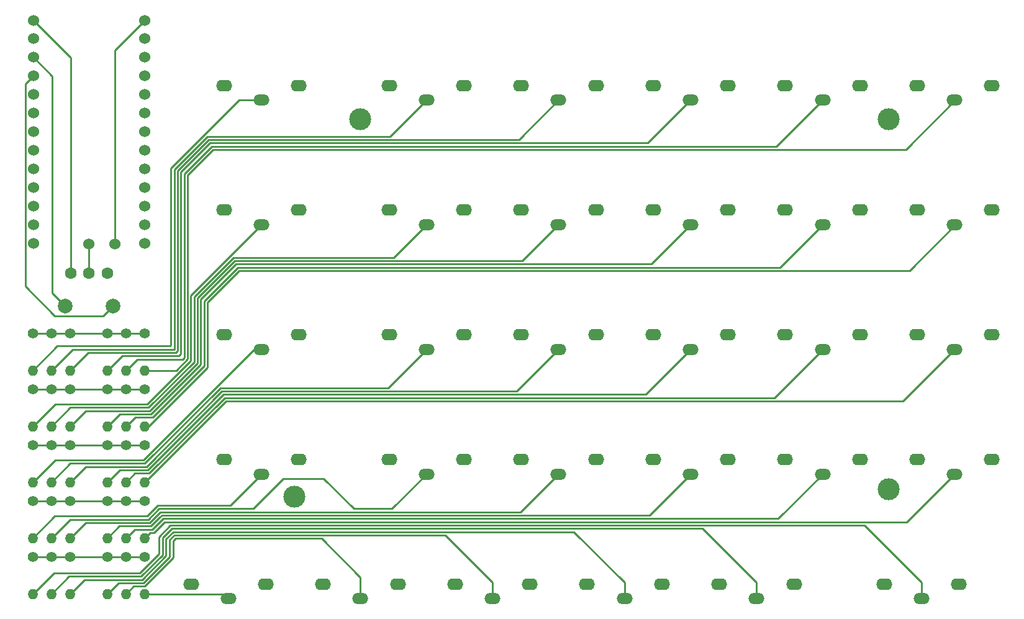
<source format=gbr>
%TF.GenerationSoftware,KiCad,Pcbnew,(5.1.9)-1*%
%TF.CreationDate,2022-03-08T16:30:03+11:00*%
%TF.ProjectId,fuse,66757365-2e6b-4696-9361-645f70636258,rev?*%
%TF.SameCoordinates,Original*%
%TF.FileFunction,Copper,L1,Top*%
%TF.FilePolarity,Positive*%
%FSLAX46Y46*%
G04 Gerber Fmt 4.6, Leading zero omitted, Abs format (unit mm)*
G04 Created by KiCad (PCBNEW (5.1.9)-1) date 2022-03-08 16:30:03*
%MOMM*%
%LPD*%
G01*
G04 APERTURE LIST*
%TA.AperFunction,ComponentPad*%
%ADD10C,3.000000*%
%TD*%
%TA.AperFunction,ComponentPad*%
%ADD11O,2.200000X1.600000*%
%TD*%
%TA.AperFunction,ComponentPad*%
%ADD12O,2.200000X1.500000*%
%TD*%
%TA.AperFunction,ComponentPad*%
%ADD13O,1.400000X1.400000*%
%TD*%
%TA.AperFunction,ComponentPad*%
%ADD14C,1.400000*%
%TD*%
%TA.AperFunction,ComponentPad*%
%ADD15C,2.000000*%
%TD*%
%TA.AperFunction,ComponentPad*%
%ADD16C,1.524000*%
%TD*%
%TA.AperFunction,ComponentPad*%
%ADD17C,1.600000*%
%TD*%
%TA.AperFunction,Conductor*%
%ADD18C,0.250000*%
%TD*%
G04 APERTURE END LIST*
D10*
%TO.P,REF\u002A\u002A,1*%
%TO.N,N/C*%
X67000000Y-88000000D03*
%TD*%
%TO.P,REF\u002A\u002A,1*%
%TO.N,N/C*%
X148000000Y-87000000D03*
%TD*%
%TO.P,REF\u002A\u002A,1*%
%TO.N,N/C*%
X148000000Y-36500000D03*
%TD*%
%TO.P,REF\u002A\u002A,1*%
%TO.N,N/C*%
X76000000Y-36500000D03*
%TD*%
D11*
%TO.P,SW42,1*%
%TO.N,Col2*%
X99100000Y-99900000D03*
X88900000Y-99900000D03*
D12*
%TO.P,SW42,2*%
%TO.N,Net-(D42-Pad2)*%
X94000000Y-101900000D03*
%TD*%
D11*
%TO.P,SW22,1*%
%TO.N,Col2*%
X108100000Y-65900000D03*
X97900000Y-65900000D03*
D12*
%TO.P,SW22,2*%
%TO.N,Net-(D22-Pad2)*%
X103000000Y-67900000D03*
%TD*%
D11*
%TO.P,SW23,1*%
%TO.N,Col3*%
X126100000Y-65900000D03*
X115900000Y-65900000D03*
D12*
%TO.P,SW23,2*%
%TO.N,Net-(D23-Pad2)*%
X121000000Y-67900000D03*
%TD*%
D11*
%TO.P,SW24,1*%
%TO.N,Col4*%
X144100000Y-65900000D03*
X133900000Y-65900000D03*
D12*
%TO.P,SW24,2*%
%TO.N,Net-(D24-Pad2)*%
X139000000Y-67900000D03*
%TD*%
D11*
%TO.P,SW31,1*%
%TO.N,Col1*%
X90100000Y-82900000D03*
X79900000Y-82900000D03*
D12*
%TO.P,SW31,2*%
%TO.N,Net-(D31-Pad2)*%
X85000000Y-84900000D03*
%TD*%
D11*
%TO.P,SW21,1*%
%TO.N,Col1*%
X90100000Y-65900000D03*
X79900000Y-65900000D03*
D12*
%TO.P,SW21,2*%
%TO.N,Net-(D21-Pad2)*%
X85000000Y-67900000D03*
%TD*%
D11*
%TO.P,SW10,1*%
%TO.N,Col0*%
X67600000Y-48900000D03*
X57400000Y-48900000D03*
D12*
%TO.P,SW10,2*%
%TO.N,Net-(D10-Pad2)*%
X62500000Y-50900000D03*
%TD*%
D11*
%TO.P,SW13,1*%
%TO.N,Col3*%
X126100000Y-48900000D03*
X115900000Y-48900000D03*
D12*
%TO.P,SW13,2*%
%TO.N,Net-(D13-Pad2)*%
X121000000Y-50900000D03*
%TD*%
D13*
%TO.P,D0,2*%
%TO.N,Net-(D0-Pad2)*%
X31361000Y-70755000D03*
D14*
%TO.P,D0,1*%
%TO.N,Row0*%
X31361000Y-65675000D03*
%TD*%
D13*
%TO.P,D1,2*%
%TO.N,Net-(D1-Pad2)*%
X33901000Y-70755000D03*
D14*
%TO.P,D1,1*%
%TO.N,Row0*%
X33901000Y-65675000D03*
%TD*%
D13*
%TO.P,D2,2*%
%TO.N,Net-(D2-Pad2)*%
X36441000Y-70755000D03*
D14*
%TO.P,D2,1*%
%TO.N,Row0*%
X36441000Y-65675000D03*
%TD*%
D13*
%TO.P,D3,2*%
%TO.N,Net-(D3-Pad2)*%
X41521000Y-70755000D03*
D14*
%TO.P,D3,1*%
%TO.N,Row0*%
X41521000Y-65675000D03*
%TD*%
D13*
%TO.P,D4,2*%
%TO.N,Net-(D4-Pad2)*%
X44061000Y-70755000D03*
D14*
%TO.P,D4,1*%
%TO.N,Row0*%
X44061000Y-65675000D03*
%TD*%
D13*
%TO.P,D5,2*%
%TO.N,Net-(D5-Pad2)*%
X46601000Y-70755000D03*
D14*
%TO.P,D5,1*%
%TO.N,Row0*%
X46601000Y-65675000D03*
%TD*%
D13*
%TO.P,D10,2*%
%TO.N,Net-(D10-Pad2)*%
X31361000Y-78375000D03*
D14*
%TO.P,D10,1*%
%TO.N,Row1*%
X31361000Y-73295000D03*
%TD*%
D13*
%TO.P,D11,2*%
%TO.N,Net-(D11-Pad2)*%
X33901000Y-78375000D03*
D14*
%TO.P,D11,1*%
%TO.N,Row1*%
X33901000Y-73295000D03*
%TD*%
D13*
%TO.P,D12,2*%
%TO.N,Net-(D12-Pad2)*%
X36441000Y-78375000D03*
D14*
%TO.P,D12,1*%
%TO.N,Row1*%
X36441000Y-73295000D03*
%TD*%
D13*
%TO.P,D13,2*%
%TO.N,Net-(D13-Pad2)*%
X41521000Y-78375000D03*
D14*
%TO.P,D13,1*%
%TO.N,Row1*%
X41521000Y-73295000D03*
%TD*%
D13*
%TO.P,D14,2*%
%TO.N,Net-(D14-Pad2)*%
X44061000Y-78375000D03*
D14*
%TO.P,D14,1*%
%TO.N,Row1*%
X44061000Y-73295000D03*
%TD*%
D13*
%TO.P,D15,2*%
%TO.N,Net-(D15-Pad2)*%
X46601000Y-78375000D03*
D14*
%TO.P,D15,1*%
%TO.N,Row1*%
X46601000Y-73295000D03*
%TD*%
D13*
%TO.P,D20,2*%
%TO.N,Net-(D20-Pad2)*%
X31361000Y-85995000D03*
D14*
%TO.P,D20,1*%
%TO.N,Row2*%
X31361000Y-80915000D03*
%TD*%
D13*
%TO.P,D21,2*%
%TO.N,Net-(D21-Pad2)*%
X33901000Y-85995000D03*
D14*
%TO.P,D21,1*%
%TO.N,Row2*%
X33901000Y-80915000D03*
%TD*%
D13*
%TO.P,D22,2*%
%TO.N,Net-(D22-Pad2)*%
X36441000Y-85995000D03*
D14*
%TO.P,D22,1*%
%TO.N,Row2*%
X36441000Y-80915000D03*
%TD*%
D13*
%TO.P,D23,2*%
%TO.N,Net-(D23-Pad2)*%
X41521000Y-85995000D03*
D14*
%TO.P,D23,1*%
%TO.N,Row2*%
X41521000Y-80915000D03*
%TD*%
D13*
%TO.P,D24,2*%
%TO.N,Net-(D24-Pad2)*%
X44061000Y-85995000D03*
D14*
%TO.P,D24,1*%
%TO.N,Row2*%
X44061000Y-80915000D03*
%TD*%
D13*
%TO.P,D25,2*%
%TO.N,Net-(D25-Pad2)*%
X46601000Y-85995000D03*
D14*
%TO.P,D25,1*%
%TO.N,Row2*%
X46601000Y-80915000D03*
%TD*%
D13*
%TO.P,D30,2*%
%TO.N,Net-(D30-Pad2)*%
X31361000Y-93615000D03*
D14*
%TO.P,D30,1*%
%TO.N,Row3*%
X31361000Y-88535000D03*
%TD*%
D13*
%TO.P,D31,2*%
%TO.N,Net-(D31-Pad2)*%
X33901000Y-93615000D03*
D14*
%TO.P,D31,1*%
%TO.N,Row3*%
X33901000Y-88535000D03*
%TD*%
D13*
%TO.P,D32,2*%
%TO.N,Net-(D32-Pad2)*%
X36441000Y-93615000D03*
D14*
%TO.P,D32,1*%
%TO.N,Row3*%
X36441000Y-88535000D03*
%TD*%
D13*
%TO.P,D33,2*%
%TO.N,Net-(D33-Pad2)*%
X41521000Y-93615000D03*
D14*
%TO.P,D33,1*%
%TO.N,Row3*%
X41521000Y-88535000D03*
%TD*%
D13*
%TO.P,D34,2*%
%TO.N,Net-(D34-Pad2)*%
X44061000Y-93615000D03*
D14*
%TO.P,D34,1*%
%TO.N,Row3*%
X44061000Y-88535000D03*
%TD*%
D13*
%TO.P,D35,2*%
%TO.N,Net-(D35-Pad2)*%
X46601000Y-93615000D03*
D14*
%TO.P,D35,1*%
%TO.N,Row3*%
X46601000Y-88535000D03*
%TD*%
D13*
%TO.P,D40,2*%
%TO.N,Net-(D40-Pad2)*%
X46601000Y-101235000D03*
D14*
%TO.P,D40,1*%
%TO.N,Row4*%
X46601000Y-96155000D03*
%TD*%
D13*
%TO.P,D41,2*%
%TO.N,Net-(D41-Pad2)*%
X44061000Y-101235000D03*
D14*
%TO.P,D41,1*%
%TO.N,Row4*%
X44061000Y-96155000D03*
%TD*%
D13*
%TO.P,D42,2*%
%TO.N,Net-(D42-Pad2)*%
X41521000Y-101235000D03*
D14*
%TO.P,D42,1*%
%TO.N,Row4*%
X41521000Y-96155000D03*
%TD*%
D13*
%TO.P,D43,2*%
%TO.N,Net-(D43-Pad2)*%
X36441000Y-101235000D03*
D14*
%TO.P,D43,1*%
%TO.N,Row4*%
X36441000Y-96155000D03*
%TD*%
D13*
%TO.P,D44,2*%
%TO.N,Net-(D44-Pad2)*%
X33901000Y-101235000D03*
D14*
%TO.P,D44,1*%
%TO.N,Row4*%
X33901000Y-96155000D03*
%TD*%
D13*
%TO.P,D45,2*%
%TO.N,Net-(D45-Pad2)*%
X31361000Y-101235000D03*
D14*
%TO.P,D45,1*%
%TO.N,Row4*%
X31361000Y-96155000D03*
%TD*%
D15*
%TO.P,Reset1,2*%
%TO.N,GND*%
X35750000Y-62000000D03*
%TO.P,Reset1,1*%
%TO.N,RESET*%
X42250000Y-62000000D03*
%TD*%
D16*
%TO.P,U1,1*%
%TO.N,Net-(U1-Pad1)*%
X46611400Y-25522000D03*
%TO.P,U1,2*%
%TO.N,Net-(U1-Pad2)*%
X46611400Y-28062000D03*
%TO.P,U1,3*%
%TO.N,Net-(U1-Pad3)*%
X46611400Y-30602000D03*
%TO.P,U1,4*%
%TO.N,Net-(U1-Pad4)*%
X46611400Y-33142000D03*
%TO.P,U1,5*%
%TO.N,Net-(U1-Pad5)*%
X46611400Y-35682000D03*
%TO.P,U1,6*%
%TO.N,Net-(U1-Pad6)*%
X46611400Y-38222000D03*
%TO.P,U1,7*%
%TO.N,Col5*%
X46611400Y-40762000D03*
%TO.P,U1,8*%
%TO.N,Col4*%
X46611400Y-43302000D03*
%TO.P,U1,9*%
%TO.N,Col3*%
X46611400Y-45842000D03*
%TO.P,U1,10*%
%TO.N,Col2*%
X46611400Y-48382000D03*
%TO.P,U1,11*%
%TO.N,Col1*%
X46611400Y-50922000D03*
%TO.P,U1,12*%
%TO.N,Col0*%
X46611400Y-53462000D03*
%TO.P,U1,13*%
%TO.N,Row0*%
X31391400Y-53462000D03*
%TO.P,U1,14*%
%TO.N,Row1*%
X31391400Y-50922000D03*
%TO.P,U1,15*%
%TO.N,Row2*%
X31391400Y-48382000D03*
%TO.P,U1,16*%
%TO.N,Row3*%
X31391400Y-45842000D03*
%TO.P,U1,17*%
%TO.N,Row4*%
X31391400Y-43302000D03*
%TO.P,U1,18*%
%TO.N,Net-(U1-Pad18)*%
X31391400Y-40762000D03*
%TO.P,U1,19*%
%TO.N,Net-(U1-Pad19)*%
X31391400Y-38222000D03*
%TO.P,U1,20*%
%TO.N,Net-(U1-Pad20)*%
X31391400Y-35682000D03*
%TO.P,U1,21*%
%TO.N,Net-(U1-Pad21)*%
X31391400Y-33142000D03*
%TO.P,U1,22*%
%TO.N,RESET*%
X31391400Y-30602000D03*
%TO.P,U1,23*%
%TO.N,GND*%
X31391400Y-28062000D03*
%TO.P,U1,24*%
%TO.N,Net-(U1-Pad24)*%
X31391400Y-25522000D03*
%TO.P,U1,25*%
%TO.N,B-*%
X31391400Y-23022000D03*
%TO.P,U1,26*%
%TO.N,B+*%
X46611400Y-23022000D03*
%TD*%
D11*
%TO.P,SW0,1*%
%TO.N,Col0*%
X67600000Y-31900000D03*
X57400000Y-31900000D03*
D12*
%TO.P,SW0,2*%
%TO.N,Net-(D0-Pad2)*%
X62500000Y-33900000D03*
%TD*%
D11*
%TO.P,SW1,1*%
%TO.N,Col1*%
X90100000Y-31900000D03*
X79900000Y-31900000D03*
D12*
%TO.P,SW1,2*%
%TO.N,Net-(D1-Pad2)*%
X85000000Y-33900000D03*
%TD*%
D11*
%TO.P,SW2,1*%
%TO.N,Col2*%
X108100000Y-31900000D03*
X97900000Y-31900000D03*
D12*
%TO.P,SW2,2*%
%TO.N,Net-(D2-Pad2)*%
X103000000Y-33900000D03*
%TD*%
D11*
%TO.P,SW3,1*%
%TO.N,Col3*%
X126100000Y-31900000D03*
X115900000Y-31900000D03*
D12*
%TO.P,SW3,2*%
%TO.N,Net-(D3-Pad2)*%
X121000000Y-33900000D03*
%TD*%
D11*
%TO.P,SW4,1*%
%TO.N,Col4*%
X144100000Y-31900000D03*
X133900000Y-31900000D03*
D12*
%TO.P,SW4,2*%
%TO.N,Net-(D4-Pad2)*%
X139000000Y-33900000D03*
%TD*%
D11*
%TO.P,SW5,1*%
%TO.N,Col5*%
X162100000Y-31900000D03*
X151900000Y-31900000D03*
D12*
%TO.P,SW5,2*%
%TO.N,Net-(D5-Pad2)*%
X157000000Y-33900000D03*
%TD*%
D11*
%TO.P,SW11,1*%
%TO.N,Col1*%
X90100000Y-48900000D03*
X79900000Y-48900000D03*
D12*
%TO.P,SW11,2*%
%TO.N,Net-(D11-Pad2)*%
X85000000Y-50900000D03*
%TD*%
D11*
%TO.P,SW12,1*%
%TO.N,Col2*%
X108100000Y-48900000D03*
X97900000Y-48900000D03*
D12*
%TO.P,SW12,2*%
%TO.N,Net-(D12-Pad2)*%
X103000000Y-50900000D03*
%TD*%
D11*
%TO.P,SW14,1*%
%TO.N,Col4*%
X144100000Y-48900000D03*
X133900000Y-48900000D03*
D12*
%TO.P,SW14,2*%
%TO.N,Net-(D14-Pad2)*%
X139000000Y-50900000D03*
%TD*%
D11*
%TO.P,SW15,1*%
%TO.N,Col5*%
X162100000Y-48900000D03*
X151900000Y-48900000D03*
D12*
%TO.P,SW15,2*%
%TO.N,Net-(D15-Pad2)*%
X157000000Y-50900000D03*
%TD*%
D11*
%TO.P,SW20,1*%
%TO.N,Col0*%
X67600000Y-65900000D03*
X57400000Y-65900000D03*
D12*
%TO.P,SW20,2*%
%TO.N,Net-(D20-Pad2)*%
X62500000Y-67900000D03*
%TD*%
D11*
%TO.P,SW25,1*%
%TO.N,Col5*%
X162100000Y-65900000D03*
X151900000Y-65900000D03*
D12*
%TO.P,SW25,2*%
%TO.N,Net-(D25-Pad2)*%
X157000000Y-67900000D03*
%TD*%
D11*
%TO.P,SW30,1*%
%TO.N,Col0*%
X67600000Y-82900000D03*
X57400000Y-82900000D03*
D12*
%TO.P,SW30,2*%
%TO.N,Net-(D30-Pad2)*%
X62500000Y-84900000D03*
%TD*%
D11*
%TO.P,SW32,1*%
%TO.N,Col2*%
X108100000Y-82900000D03*
X97900000Y-82900000D03*
D12*
%TO.P,SW32,2*%
%TO.N,Net-(D32-Pad2)*%
X103000000Y-84900000D03*
%TD*%
D11*
%TO.P,SW33,1*%
%TO.N,Col3*%
X126100000Y-82900000D03*
X115900000Y-82900000D03*
D12*
%TO.P,SW33,2*%
%TO.N,Net-(D33-Pad2)*%
X121000000Y-84900000D03*
%TD*%
D11*
%TO.P,SW34,1*%
%TO.N,Col4*%
X144100000Y-82900000D03*
X133900000Y-82900000D03*
D12*
%TO.P,SW34,2*%
%TO.N,Net-(D34-Pad2)*%
X139000000Y-84900000D03*
%TD*%
D11*
%TO.P,SW35,1*%
%TO.N,Col5*%
X162100000Y-82900000D03*
X151900000Y-82900000D03*
D12*
%TO.P,SW35,2*%
%TO.N,Net-(D35-Pad2)*%
X157000000Y-84900000D03*
%TD*%
D11*
%TO.P,SW40,1*%
%TO.N,Col0*%
X63100000Y-99900000D03*
X52900000Y-99900000D03*
D12*
%TO.P,SW40,2*%
%TO.N,Net-(D40-Pad2)*%
X58000000Y-101900000D03*
%TD*%
D11*
%TO.P,SW41,1*%
%TO.N,Col1*%
X81100000Y-99900000D03*
X70900000Y-99900000D03*
D12*
%TO.P,SW41,2*%
%TO.N,Net-(D41-Pad2)*%
X76000000Y-101900000D03*
%TD*%
D11*
%TO.P,SW43,1*%
%TO.N,Col3*%
X117100000Y-99900000D03*
X106900000Y-99900000D03*
D12*
%TO.P,SW43,2*%
%TO.N,Net-(D43-Pad2)*%
X112000000Y-101900000D03*
%TD*%
D11*
%TO.P,SW44,1*%
%TO.N,Col4*%
X135100000Y-99900000D03*
X124900000Y-99900000D03*
D12*
%TO.P,SW44,2*%
%TO.N,Net-(D44-Pad2)*%
X130000000Y-101900000D03*
%TD*%
D11*
%TO.P,SW45,1*%
%TO.N,Col5*%
X157600000Y-99900000D03*
X147400000Y-99900000D03*
D12*
%TO.P,SW45,2*%
%TO.N,Net-(D45-Pad2)*%
X152500000Y-101900000D03*
%TD*%
D17*
%TO.P,Power1,1*%
%TO.N,B-*%
X36500000Y-57500000D03*
%TO.P,Power1,2*%
%TO.N,Net-(Power1-Pad2)*%
X39000000Y-57500000D03*
%TO.P,Power1,3*%
%TO.N,Net-(Power1-Pad3)*%
X41500000Y-57500000D03*
%TD*%
D16*
%TO.P,U3,1*%
%TO.N,Net-(Power1-Pad2)*%
X39000000Y-53500000D03*
%TD*%
%TO.P,U4,1*%
%TO.N,B+*%
X42500000Y-53500000D03*
%TD*%
D18*
%TO.N,Row0*%
X31361000Y-65675000D02*
X33901000Y-65675000D01*
X33901000Y-65675000D02*
X36441000Y-65675000D01*
X36441000Y-65675000D02*
X41521000Y-65675000D01*
X41521000Y-65675000D02*
X44061000Y-65675000D01*
X44061000Y-65675000D02*
X46601000Y-65675000D01*
%TO.N,Row1*%
X31361000Y-73295000D02*
X33901000Y-73295000D01*
X33901000Y-73295000D02*
X36441000Y-73295000D01*
X36441000Y-73295000D02*
X41521000Y-73295000D01*
X41521000Y-73295000D02*
X44061000Y-73295000D01*
X44061000Y-73295000D02*
X46601000Y-73295000D01*
%TO.N,Row2*%
X46601000Y-80915000D02*
X44061000Y-80915000D01*
X44061000Y-80915000D02*
X41521000Y-80915000D01*
X36441000Y-80915000D02*
X41521000Y-80915000D01*
X36441000Y-80915000D02*
X33901000Y-80915000D01*
X33901000Y-80915000D02*
X31361000Y-80915000D01*
%TO.N,Row3*%
X31361000Y-88535000D02*
X33901000Y-88535000D01*
X33901000Y-88535000D02*
X36441000Y-88535000D01*
X36441000Y-88535000D02*
X41521000Y-88535000D01*
X41521000Y-88535000D02*
X44061000Y-88535000D01*
X44061000Y-88535000D02*
X46601000Y-88535000D01*
%TO.N,Row4*%
X31361000Y-96155000D02*
X33901000Y-96155000D01*
X36441000Y-96155000D02*
X33901000Y-96155000D01*
X36441000Y-96155000D02*
X41521000Y-96155000D01*
X41521000Y-96155000D02*
X44061000Y-96155000D01*
X44061000Y-96155000D02*
X46601000Y-96155000D01*
%TO.N,B+*%
X42500000Y-27133400D02*
X42500000Y-53500000D01*
X46611400Y-23022000D02*
X42500000Y-27133400D01*
%TO.N,Net-(D0-Pad2)*%
X50167900Y-43170050D02*
X54948000Y-38389950D01*
X50167897Y-46549600D02*
X50167900Y-43170050D01*
X31361000Y-70755000D02*
X34681245Y-67434755D01*
X59437950Y-33900000D02*
X54948000Y-38389950D01*
X62500000Y-33900000D02*
X59437950Y-33900000D01*
X50065245Y-67434755D02*
X50167897Y-67332103D01*
X34681245Y-67434755D02*
X50065245Y-67434755D01*
X50167897Y-67332103D02*
X50167897Y-46549600D01*
%TO.N,Net-(D1-Pad2)*%
X80060040Y-38839960D02*
X85000000Y-33900000D01*
X55134400Y-38839960D02*
X80060040Y-38839960D01*
X50617909Y-43356451D02*
X55134400Y-38839960D01*
X50617907Y-46736000D02*
X50617909Y-43356451D01*
X33901000Y-70755000D02*
X36771235Y-67884765D01*
X50615235Y-67884765D02*
X50617907Y-67882093D01*
X36771235Y-67884765D02*
X50615235Y-67884765D01*
X50617907Y-67882093D02*
X50617907Y-46736000D01*
%TO.N,Net-(D2-Pad2)*%
X97610030Y-39289970D02*
X103000000Y-33900000D01*
X55320800Y-39289970D02*
X97610030Y-39289970D01*
X51067918Y-43542852D02*
X55320800Y-39289970D01*
X36441000Y-70755000D02*
X38861225Y-68334775D01*
X50801635Y-68334775D02*
X51067917Y-68068493D01*
X38861225Y-68334775D02*
X50801635Y-68334775D01*
X51067917Y-68067917D02*
X51067918Y-43542852D01*
X51067917Y-68068493D02*
X51067917Y-68067917D01*
%TO.N,Net-(D3-Pad2)*%
X115160020Y-39739980D02*
X121000000Y-33900000D01*
X55507200Y-39739980D02*
X115160020Y-39739980D01*
X51517927Y-43729253D02*
X55507200Y-39739980D01*
X41521000Y-70755000D02*
X43491215Y-68784785D01*
X43491215Y-68784785D02*
X51215215Y-68784785D01*
X51215215Y-68784785D02*
X51517926Y-68482074D01*
X51517926Y-68482074D02*
X51517927Y-43729253D01*
%TO.N,Net-(D4-Pad2)*%
X132710010Y-40189990D02*
X139000000Y-33900000D01*
X55693600Y-40189990D02*
X132710010Y-40189990D01*
X51967936Y-43915654D02*
X55693600Y-40189990D01*
X44061000Y-70755000D02*
X45581205Y-69234795D01*
X51967936Y-69032064D02*
X51967936Y-68532064D01*
X51765205Y-69234795D02*
X51967936Y-69032064D01*
X45581205Y-69234795D02*
X51765205Y-69234795D01*
X51967936Y-68532064D02*
X51967936Y-43915654D01*
%TO.N,Net-(D5-Pad2)*%
X52417945Y-44102055D02*
X55880000Y-40640000D01*
X147460000Y-40640000D02*
X55880000Y-40640000D01*
X157000000Y-34000000D02*
X150360000Y-40640000D01*
X157000000Y-33900000D02*
X157000000Y-34000000D01*
X150360000Y-40640000D02*
X147460000Y-40640000D01*
X52417945Y-69218465D02*
X52417945Y-68582055D01*
X50881410Y-70755000D02*
X52417945Y-69218465D01*
X46601000Y-70755000D02*
X50881410Y-70755000D01*
X52417945Y-68582055D02*
X52417945Y-44102055D01*
%TO.N,Net-(D10-Pad2)*%
X58539950Y-54860050D02*
X62500000Y-50900000D01*
X58539950Y-54864000D02*
X58539950Y-54860050D01*
X52867955Y-60535995D02*
X58539950Y-54864000D01*
X52867955Y-69404865D02*
X52867955Y-60535995D01*
X46909712Y-75363108D02*
X52867955Y-69404865D01*
X34372892Y-75363108D02*
X46909712Y-75363108D01*
X31361000Y-78375000D02*
X34372892Y-75363108D01*
%TO.N,Net-(D11-Pad2)*%
X80550040Y-55349960D02*
X85000000Y-50900000D01*
X58690400Y-55349960D02*
X80550040Y-55349960D01*
X53317964Y-60722396D02*
X58690400Y-55349960D01*
X33901000Y-78375000D02*
X36462882Y-75813118D01*
X47096113Y-75813117D02*
X53317964Y-69591266D01*
X53317964Y-69591266D02*
X53317964Y-68817964D01*
X53317964Y-68817964D02*
X53317964Y-60722396D01*
X36462882Y-75813118D02*
X47096113Y-75813117D01*
%TO.N,Net-(D12-Pad2)*%
X58876800Y-55799970D02*
X98100030Y-55799970D01*
X98100030Y-55799970D02*
X103000000Y-50900000D01*
X53767973Y-60908797D02*
X58876800Y-55799970D01*
X36441000Y-78375000D02*
X38552872Y-76263128D01*
X53767973Y-69777667D02*
X53767973Y-68232027D01*
X47282512Y-76263128D02*
X53767973Y-69777667D01*
X38552872Y-76263128D02*
X47282512Y-76263128D01*
X53767973Y-68232027D02*
X53767973Y-60908797D01*
%TO.N,Net-(D13-Pad2)*%
X59063200Y-56249980D02*
X115650020Y-56249980D01*
X54217982Y-61095198D02*
X59063200Y-56249980D01*
X115650020Y-56249980D02*
X121000000Y-50900000D01*
X41521000Y-78375000D02*
X43182862Y-76713138D01*
X54217982Y-69964068D02*
X54217982Y-69282018D01*
X47468913Y-76713137D02*
X54217982Y-69964068D01*
X43182862Y-76713138D02*
X47468913Y-76713137D01*
X54217982Y-69282018D02*
X54217982Y-61095198D01*
%TO.N,Net-(D14-Pad2)*%
X59249600Y-56699990D02*
X133200010Y-56699990D01*
X54667991Y-61281599D02*
X59249600Y-56699990D01*
X133200010Y-56699990D02*
X139000000Y-50900000D01*
X44061000Y-78375000D02*
X45272435Y-77163565D01*
X54667991Y-70150469D02*
X54667991Y-69332009D01*
X45272435Y-77163565D02*
X47654895Y-77163565D01*
X47654895Y-77163565D02*
X54667991Y-70150469D01*
X54667991Y-69332009D02*
X54667991Y-61281599D01*
%TO.N,Net-(D15-Pad2)*%
X148082000Y-57150000D02*
X147950000Y-57150000D01*
X59436000Y-57150000D02*
X148082000Y-57150000D01*
X55118000Y-61468000D02*
X59436000Y-57150000D01*
X157000000Y-51000000D02*
X150850000Y-57150000D01*
X157000000Y-50900000D02*
X157000000Y-51000000D01*
X150850000Y-57150000D02*
X147950000Y-57150000D01*
X46601000Y-78375000D02*
X47079870Y-78375000D01*
X46601000Y-78375000D02*
X47125000Y-78375000D01*
X55118000Y-70382000D02*
X55118000Y-68382000D01*
X47125000Y-78375000D02*
X55118000Y-70382000D01*
X55118000Y-68382000D02*
X55118000Y-61468000D01*
%TO.N,Net-(D20-Pad2)*%
X31361000Y-85995000D02*
X34368245Y-82987755D01*
X34368245Y-82987755D02*
X46426195Y-82987755D01*
X61513950Y-67900000D02*
X62500000Y-67900000D01*
X46426195Y-82987755D02*
X61513950Y-67900000D01*
%TO.N,Net-(D21-Pad2)*%
X79770041Y-73129959D02*
X85000000Y-67900000D01*
X33901000Y-85995000D02*
X36458235Y-83437765D01*
X46562235Y-83437765D02*
X46612596Y-83437764D01*
X36458235Y-83437765D02*
X46562235Y-83437765D01*
X46562235Y-83437765D02*
X46612595Y-83437765D01*
X56920401Y-73129959D02*
X57629959Y-73129959D01*
X46612596Y-83437764D02*
X56920401Y-73129959D01*
X57629959Y-73129959D02*
X79770041Y-73129959D01*
X57420401Y-73129959D02*
X57629959Y-73129959D01*
%TO.N,Net-(D22-Pad2)*%
X97320031Y-73579969D02*
X103000000Y-67900000D01*
X57106801Y-73579969D02*
X58420031Y-73579969D01*
X46798995Y-83887775D02*
X57106801Y-73579969D01*
X38548225Y-83887775D02*
X46798995Y-83887775D01*
X36441000Y-85995000D02*
X38548225Y-83887775D01*
X58420031Y-73579969D02*
X97320031Y-73579969D01*
X57606801Y-73579969D02*
X58420031Y-73579969D01*
%TO.N,Net-(D23-Pad2)*%
X114870021Y-74029979D02*
X121000000Y-67900000D01*
X46985396Y-84337784D02*
X57293201Y-74029979D01*
X43178215Y-84337785D02*
X46985396Y-84337784D01*
X57293201Y-74029979D02*
X58029979Y-74029979D01*
X58029979Y-74029979D02*
X114870021Y-74029979D01*
X41521000Y-85995000D02*
X43178215Y-84337785D01*
X57793201Y-74029979D02*
X58029979Y-74029979D01*
%TO.N,Net-(D24-Pad2)*%
X132420011Y-74479989D02*
X139000000Y-67900000D01*
X57979601Y-74479989D02*
X132420011Y-74479989D01*
X57479598Y-74479990D02*
X59520010Y-74479990D01*
X47171795Y-84787793D02*
X57479598Y-74479990D01*
X47171795Y-84787795D02*
X47171795Y-84787793D01*
X45268205Y-84787795D02*
X47171795Y-84787795D01*
X44061000Y-85995000D02*
X45268205Y-84787795D01*
%TO.N,Net-(D25-Pad2)*%
X156960000Y-67900000D02*
X149930000Y-74930000D01*
X157000000Y-67900000D02*
X156960000Y-67900000D01*
X130048002Y-74930000D02*
X149930000Y-74930000D01*
X57666000Y-74930000D02*
X58570000Y-74930000D01*
X46601000Y-85995000D02*
X57666000Y-74930000D01*
X58570000Y-74930000D02*
X130048002Y-74930000D01*
X58166001Y-74929999D02*
X58570000Y-74930000D01*
%TO.N,Net-(D30-Pad2)*%
X58246000Y-89154000D02*
X62500000Y-84900000D01*
X48379951Y-89154000D02*
X58246000Y-89154000D01*
X46892396Y-90641555D02*
X48379951Y-89154000D01*
X34334445Y-90641555D02*
X46892396Y-90641555D01*
X31361000Y-93615000D02*
X34334445Y-90641555D01*
%TO.N,Net-(D31-Pad2)*%
X80275089Y-89624911D02*
X85000000Y-84900000D01*
X75124911Y-89624911D02*
X80275089Y-89624911D01*
X71000000Y-85500000D02*
X75124911Y-89624911D01*
X61395990Y-89604010D02*
X65500000Y-85500000D01*
X65500000Y-85500000D02*
X71000000Y-85500000D01*
X57895990Y-89604010D02*
X61395990Y-89604010D01*
X57875089Y-89624911D02*
X57895990Y-89604010D01*
X48545451Y-89624911D02*
X57875089Y-89624911D01*
X36424435Y-91091565D02*
X47078797Y-91091564D01*
X47078797Y-91091564D02*
X48545451Y-89624911D01*
X33901000Y-93615000D02*
X36424435Y-91091565D01*
%TO.N,Net-(D32-Pad2)*%
X36441000Y-93615000D02*
X38514425Y-91541575D01*
X46458425Y-91541575D02*
X46765196Y-91541575D01*
X38514425Y-91541575D02*
X46458425Y-91541575D01*
X46458427Y-91541573D02*
X46458425Y-91541575D01*
X48731851Y-90074921D02*
X48468241Y-90338531D01*
X48731851Y-90074921D02*
X97825079Y-90074921D01*
X97825079Y-90074921D02*
X103000000Y-84900000D01*
X48468241Y-90338531D02*
X47265196Y-91541573D01*
X46765198Y-91541573D02*
X46765196Y-91541575D01*
X47265196Y-91541573D02*
X46765198Y-91541573D01*
%TO.N,Net-(D33-Pad2)*%
X115375069Y-90524931D02*
X121000000Y-84900000D01*
X48918251Y-90524931D02*
X115375069Y-90524931D01*
X48654640Y-90788540D02*
X47443180Y-92000000D01*
X48918251Y-90524931D02*
X48654640Y-90788540D01*
X43136000Y-92000000D02*
X41521000Y-93615000D01*
X47443180Y-92000000D02*
X43136000Y-92000000D01*
%TO.N,Net-(D34-Pad2)*%
X49104650Y-90974940D02*
X132925060Y-90974940D01*
X132925060Y-90974940D02*
X139000000Y-84900000D01*
X49104650Y-90974940D02*
X47629580Y-92450010D01*
X45225990Y-92450010D02*
X44061000Y-93615000D01*
X47629580Y-92450010D02*
X45225990Y-92450010D01*
%TO.N,Net-(D35-Pad2)*%
X150475051Y-91424949D02*
X157000000Y-84900000D01*
X49291051Y-91424949D02*
X150475051Y-91424949D01*
X47315981Y-92900019D02*
X46601000Y-93615000D01*
X47815981Y-92900019D02*
X47315981Y-92900019D01*
X49291051Y-91424949D02*
X47815981Y-92900019D01*
%TO.N,Net-(D40-Pad2)*%
X57665000Y-102235000D02*
X58000000Y-101900000D01*
X57335000Y-101235000D02*
X58000000Y-101900000D01*
X46601000Y-101235000D02*
X57335000Y-101235000D01*
%TO.N,Net-(D41-Pad2)*%
X44061000Y-101235000D02*
X45086001Y-100209999D01*
X76000000Y-99000000D02*
X76000000Y-101900000D01*
X70674999Y-93674999D02*
X76000000Y-99000000D01*
X46608643Y-100209999D02*
X50500000Y-96318642D01*
X45086001Y-100209999D02*
X46608643Y-100209999D01*
X50825001Y-93674999D02*
X52674999Y-93674999D01*
X50500000Y-94000000D02*
X50825001Y-93674999D01*
X50500000Y-96318642D02*
X50500000Y-94000000D01*
X52674999Y-93674999D02*
X70674999Y-93674999D01*
X52375001Y-93674999D02*
X52674999Y-93674999D01*
%TO.N,Net-(D42-Pad2)*%
X87537991Y-93224989D02*
X82775011Y-93224989D01*
X87537991Y-93224989D02*
X86224989Y-93224989D01*
X94000000Y-99686998D02*
X87537991Y-93224989D01*
X94000000Y-101900000D02*
X94000000Y-99686998D01*
X82775011Y-93224989D02*
X86224989Y-93224989D01*
X46422244Y-99759988D02*
X50000000Y-96182232D01*
X42996011Y-99759989D02*
X46422244Y-99759988D01*
X41521000Y-101235000D02*
X42996011Y-99759989D01*
X52275011Y-93224989D02*
X82775011Y-93224989D01*
X52188601Y-93224989D02*
X52275011Y-93224989D01*
X50638601Y-93224989D02*
X50775011Y-93224989D01*
X50000000Y-96182232D02*
X50000000Y-93863590D01*
X50000000Y-93863590D02*
X50638601Y-93224989D01*
X50775011Y-93224989D02*
X52275011Y-93224989D01*
%TO.N,Net-(D43-Pad2)*%
X105087981Y-92774979D02*
X112000000Y-99686998D01*
X112000000Y-99686998D02*
X112000000Y-101900000D01*
X46235843Y-99309979D02*
X49500000Y-96045822D01*
X38366021Y-99309979D02*
X46235843Y-99309979D01*
X36441000Y-101235000D02*
X38366021Y-99309979D01*
X50452201Y-92774979D02*
X51725021Y-92774979D01*
X49500000Y-93727180D02*
X50452201Y-92774979D01*
X49500000Y-96045822D02*
X49500000Y-93727180D01*
X51725021Y-92774979D02*
X105087981Y-92774979D01*
%TO.N,Net-(D44-Pad2)*%
X130000000Y-99686998D02*
X122637971Y-92324969D01*
X130000000Y-101900000D02*
X130000000Y-99686998D01*
X46049444Y-98859968D02*
X49000000Y-95909412D01*
X36276031Y-98859969D02*
X46049444Y-98859968D01*
X33901000Y-101235000D02*
X36276031Y-98859969D01*
X122637971Y-92324969D02*
X52324969Y-92324969D01*
X50265801Y-92324969D02*
X52175031Y-92324969D01*
X49000000Y-93590770D02*
X50265801Y-92324969D01*
X49000000Y-95909412D02*
X49000000Y-93590770D01*
X52175031Y-92324969D02*
X51815801Y-92324969D01*
X52324969Y-92324969D02*
X52175031Y-92324969D01*
%TO.N,Net-(D45-Pad2)*%
X152500000Y-99686998D02*
X152500000Y-101900000D01*
X144687961Y-91874959D02*
X152500000Y-99686998D01*
X45863043Y-98409959D02*
X48500000Y-95773002D01*
X34186041Y-98409959D02*
X45863043Y-98409959D01*
X31361000Y-101235000D02*
X34186041Y-98409959D01*
X50079401Y-91874959D02*
X51874959Y-91874959D01*
X48500000Y-93454360D02*
X50079401Y-91874959D01*
X48500000Y-95773002D02*
X48500000Y-93454360D01*
X51874959Y-91874959D02*
X144687961Y-91874959D01*
%TO.N,B-*%
X36500000Y-28130600D02*
X31391400Y-23022000D01*
X36500000Y-57531000D02*
X36500000Y-28130600D01*
%TO.N,RESET*%
X40924999Y-63325001D02*
X42250000Y-62000000D01*
X34325001Y-63325001D02*
X40924999Y-63325001D01*
X30304399Y-31689001D02*
X30304399Y-59304399D01*
X30304399Y-59304399D02*
X34325001Y-63325001D01*
X31391400Y-30602000D02*
X30304399Y-31689001D01*
%TO.N,GND*%
X31391400Y-28062000D02*
X34000000Y-30670600D01*
X34000000Y-60250000D02*
X35750000Y-62000000D01*
X34000000Y-30670600D02*
X34000000Y-60250000D01*
%TO.N,Net-(Power1-Pad2)*%
X39000000Y-53500000D02*
X39000000Y-57531000D01*
%TD*%
M02*

</source>
